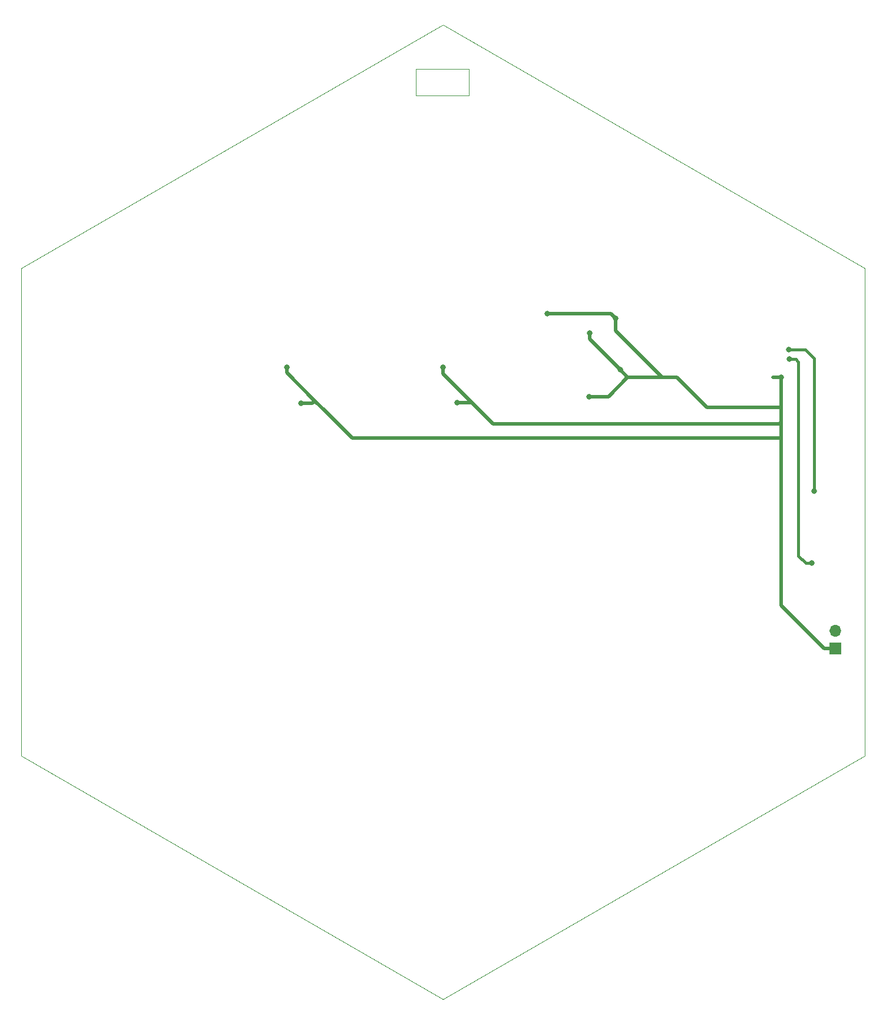
<source format=gbr>
G04 #@! TF.GenerationSoftware,KiCad,Pcbnew,(5.1.9)-1*
G04 #@! TF.CreationDate,2021-03-01T10:33:24-06:00*
G04 #@! TF.ProjectId,altbier_pcb_3d6,616c7462-6965-4725-9f70-63625f336436,1*
G04 #@! TF.SameCoordinates,Original*
G04 #@! TF.FileFunction,Copper,L2,Bot*
G04 #@! TF.FilePolarity,Positive*
%FSLAX46Y46*%
G04 Gerber Fmt 4.6, Leading zero omitted, Abs format (unit mm)*
G04 Created by KiCad (PCBNEW (5.1.9)-1) date 2021-03-01 10:33:24*
%MOMM*%
%LPD*%
G01*
G04 APERTURE LIST*
G04 #@! TA.AperFunction,Profile*
%ADD10C,0.100000*%
G04 #@! TD*
G04 #@! TA.AperFunction,Profile*
%ADD11C,0.050000*%
G04 #@! TD*
G04 #@! TA.AperFunction,ComponentPad*
%ADD12R,1.700000X1.700000*%
G04 #@! TD*
G04 #@! TA.AperFunction,ComponentPad*
%ADD13O,1.700000X1.700000*%
G04 #@! TD*
G04 #@! TA.AperFunction,ViaPad*
%ADD14C,0.800000*%
G04 #@! TD*
G04 #@! TA.AperFunction,Conductor*
%ADD15C,0.400000*%
G04 #@! TD*
G04 #@! TA.AperFunction,Conductor*
%ADD16C,0.500000*%
G04 #@! TD*
G04 APERTURE END LIST*
D10*
X151104600Y-29286200D02*
X151104600Y-33096200D01*
X143484600Y-29286200D02*
X151104600Y-29286200D01*
X143484600Y-33096200D02*
X143484600Y-29286200D01*
X151104600Y-33096200D02*
X143484600Y-33096200D01*
D11*
X86741000Y-57889000D02*
X147362778Y-22889000D01*
X147362778Y-162889000D02*
X207984556Y-127889000D01*
X207984556Y-57889000D02*
X147362778Y-22889000D01*
X147362778Y-162889000D02*
X86741000Y-127889000D01*
X86741000Y-57889000D02*
X86741000Y-127889000D01*
X207984556Y-57889000D02*
X207984556Y-127889000D01*
D12*
G04 #@! TO.P,J2,1*
G04 #@! TO.N,GND*
X203708000Y-112522000D03*
D13*
G04 #@! TO.P,J2,2*
G04 #@! TO.N,BAT-PWR*
X203708000Y-109982000D03*
G04 #@! TD*
D14*
G04 #@! TO.N,V33*
X197078600Y-69570600D03*
X200660000Y-89916000D03*
G04 #@! TO.N,GND*
X195961000Y-73533000D03*
X147345400Y-72059800D03*
X149402800Y-77139800D03*
X124917200Y-72110600D03*
X126923800Y-77266800D03*
X172821600Y-72466200D03*
X168325800Y-76301600D03*
X172142000Y-65043200D03*
X168402000Y-67208400D03*
X162331400Y-64414400D03*
G04 #@! TO.N,VCC*
X200329800Y-100203000D03*
X197101700Y-70944500D03*
G04 #@! TD*
D15*
G04 #@! TO.N,V33*
X200660000Y-89916000D02*
X200660000Y-70815200D01*
X199415400Y-69570600D02*
X197078600Y-69570600D01*
X200660000Y-70815200D02*
X199415400Y-69570600D01*
D16*
G04 #@! TO.N,GND*
X203708000Y-112522000D02*
X202158600Y-112522000D01*
X202158600Y-112522000D02*
X195961000Y-106324400D01*
X173888400Y-73533000D02*
X172821600Y-72466200D01*
X171119800Y-76301600D02*
X173888400Y-73533000D01*
X168325800Y-76301600D02*
X171119800Y-76301600D01*
X172142000Y-65043200D02*
X172142000Y-66859000D01*
X178816000Y-73533000D02*
X173888400Y-73533000D01*
X172142000Y-66859000D02*
X178816000Y-73533000D01*
X168402000Y-68046600D02*
X172821600Y-72466200D01*
X168402000Y-67208400D02*
X168402000Y-68046600D01*
X171513200Y-64414400D02*
X172142000Y-65043200D01*
X162331400Y-64414400D02*
X171513200Y-64414400D01*
X195961000Y-73533000D02*
X194792600Y-73533000D01*
X147345400Y-72059800D02*
X147345400Y-73025000D01*
X187198000Y-82296000D02*
X134340600Y-82296000D01*
X124917200Y-72110600D02*
X124917200Y-72872600D01*
X130683000Y-78638400D02*
X130045550Y-78000950D01*
X134340600Y-82296000D02*
X130683000Y-78638400D01*
X187198000Y-82296000D02*
X195961000Y-82296000D01*
X195961000Y-106324400D02*
X195961000Y-82296000D01*
X195707000Y-80238600D02*
X195961000Y-79984600D01*
X154559000Y-80238600D02*
X195707000Y-80238600D01*
X195961000Y-82296000D02*
X195961000Y-79984600D01*
X178816000Y-73533000D02*
X180949600Y-73533000D01*
X185242200Y-77825600D02*
X195961000Y-77825600D01*
X180949600Y-73533000D02*
X185242200Y-77825600D01*
X195961000Y-77825600D02*
X195961000Y-73533000D01*
X195961000Y-79984600D02*
X195961000Y-77825600D01*
X151460200Y-77139800D02*
X151511000Y-77190600D01*
X151511000Y-77190600D02*
X154559000Y-80238600D01*
X149402800Y-77139800D02*
X151460200Y-77139800D01*
X147345400Y-73025000D02*
X151511000Y-77190600D01*
X128549400Y-77266800D02*
X128930400Y-76885800D01*
X126923800Y-77266800D02*
X128549400Y-77266800D01*
X128930400Y-76885800D02*
X130683000Y-78638400D01*
X124917200Y-72872600D02*
X128930400Y-76885800D01*
D15*
G04 #@! TO.N,VCC*
X200329800Y-100203000D02*
X199466200Y-100203000D01*
X199466200Y-100203000D02*
X198424800Y-99161600D01*
X198036500Y-70944500D02*
X197101700Y-70944500D01*
X198424800Y-71332800D02*
X198036500Y-70944500D01*
X198424800Y-99161600D02*
X198424800Y-71332800D01*
G04 #@! TD*
M02*

</source>
